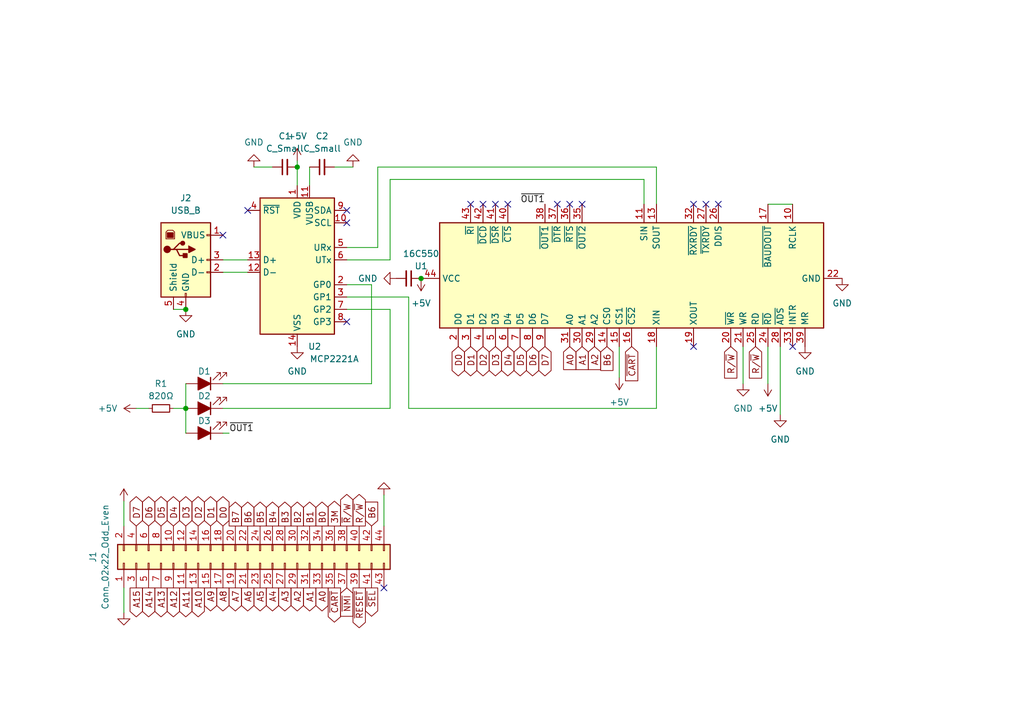
<source format=kicad_sch>
(kicad_sch (version 20230121) (generator eeschema)
  (paper "A5")
  (lib_symbols
    (symbol "Connector:USB_B" (pin_names (offset 1.016))
      (property "Reference" "J" (at -5.08 11.43 0))
      (property "Value" "USB_B" (at -5.08 8.89 0))
      (symbol "USB_B_0_1"
        (rectangle (start -5.08 -7.62) (end 5.08 7.62) (stroke (width 0.254)) (fill (type background)))
        (circle (center -3.81 2.159) (radius 0.635) (stroke (width 0.254)) (fill (type outline)))
        (rectangle (start -3.81 5.588) (end -2.54 4.572) (fill (type outline)))
        (circle (center -0.635 3.429) (radius 0.381) (stroke (width 0.254)) (fill (type outline)))
        (rectangle (start -0.127 -7.62) (end 0.127 -6.858))
        (polyline (pts (xy -1.905 2.159) (xy 0.635 2.159)) (stroke (width 0.254)))
        (polyline (pts (xy -3.175 2.159) (xy -2.54 2.159) (xy -1.27 3.429) (xy -0.635 3.429)) (stroke (width 0.254)))
        (polyline (pts (xy -2.54 2.159) (xy -1.905 2.159) (xy -1.27 0.889) (xy 0 0.889)) (stroke (width 0.254)))
        (polyline (pts (xy 0.635 2.794) (xy 0.635 1.524) (xy 1.905 2.159) (xy 0.635 2.794)) (stroke (width 0.254)) (fill (type outline)))
        (polyline (pts (xy -4.064 4.318) (xy -2.286 4.318) (xy -2.286 5.715) (xy -2.667 6.096) (xy -3.683 6.096) (xy -4.064 5.715) (xy -4.064 4.318)))
        (rectangle (start 0.254 1.27) (end -0.508 0.508) (stroke (width 0.254)) (fill (type outline)))
        (rectangle (start 5.08 -2.667) (end 4.318 -2.413))
        (rectangle (start 5.08 -0.127) (end 4.318 0.127))
        (rectangle (start 5.08 4.953) (end 4.318 5.207))
      )
      (symbol "USB_B_1_1"
        (pin power_out line (at 7.62 5.08 180) (length 2.54) (name "VBUS") (number "1"))
        (pin bidirectional line (at 7.62 -2.54 180) (length 2.54) (name "D-") (number "2"))
        (pin bidirectional line (at 7.62 0 180) (length 2.54) (name "D+") (number "3"))
        (pin power_out line (at 0 -10.16 90) (length 2.54) (name "GND") (number "4"))
        (pin passive line (at -2.54 -10.16 90) (length 2.54) (name "Shield") (number "5"))
      )
    )
    (symbol "Connector_Generic:Conn_02x22_Odd_Even" (pin_names (offset 1.016) hide)
      (property "Reference" "J" (at 1.27 27.94 0))
      (property "Value" "Conn_02x22_Odd_Even" (at 1.27 -30.48 0))
      (symbol "Conn_02x22_Odd_Even_1_1"
        (rectangle (start -1.27 -27.813) (end 0 -28.067) (stroke (width 0.1524)))
        (rectangle (start -1.27 -25.273) (end 0 -25.527) (stroke (width 0.1524)))
        (rectangle (start -1.27 -22.733) (end 0 -22.987) (stroke (width 0.1524)))
        (rectangle (start -1.27 -20.193) (end 0 -20.447) (stroke (width 0.1524)))
        (rectangle (start -1.27 -17.653) (end 0 -17.907) (stroke (width 0.1524)))
        (rectangle (start -1.27 -15.113) (end 0 -15.367) (stroke (width 0.1524)))
        (rectangle (start -1.27 -12.573) (end 0 -12.827) (stroke (width 0.1524)))
        (rectangle (start -1.27 -10.033) (end 0 -10.287) (stroke (width 0.1524)))
        (rectangle (start -1.27 -7.493) (end 0 -7.747) (stroke (width 0.1524)))
        (rectangle (start -1.27 -4.953) (end 0 -5.207) (stroke (width 0.1524)))
        (rectangle (start -1.27 -2.413) (end 0 -2.667) (stroke (width 0.1524)))
        (rectangle (start -1.27 0.127) (end 0 -0.127) (stroke (width 0.1524)))
        (rectangle (start -1.27 2.667) (end 0 2.413) (stroke (width 0.1524)))
        (rectangle (start -1.27 5.207) (end 0 4.953) (stroke (width 0.1524)))
        (rectangle (start -1.27 7.747) (end 0 7.493) (stroke (width 0.1524)))
        (rectangle (start -1.27 10.287) (end 0 10.033) (stroke (width 0.1524)))
        (rectangle (start -1.27 12.827) (end 0 12.573) (stroke (width 0.1524)))
        (rectangle (start -1.27 15.367) (end 0 15.113) (stroke (width 0.1524)))
        (rectangle (start -1.27 17.907) (end 0 17.653) (stroke (width 0.1524)))
        (rectangle (start -1.27 20.447) (end 0 20.193) (stroke (width 0.1524)))
        (rectangle (start -1.27 22.987) (end 0 22.733) (stroke (width 0.1524)))
        (rectangle (start -1.27 25.527) (end 0 25.273) (stroke (width 0.1524)))
        (rectangle (start -1.27 26.67) (end 3.81 -29.21) (stroke (width 0.254)) (fill (type background)))
        (rectangle (start 3.81 -27.813) (end 2.54 -28.067) (stroke (width 0.1524)))
        (rectangle (start 3.81 -25.273) (end 2.54 -25.527) (stroke (width 0.1524)))
        (rectangle (start 3.81 -22.733) (end 2.54 -22.987) (stroke (width 0.1524)))
        (rectangle (start 3.81 -20.193) (end 2.54 -20.447) (stroke (width 0.1524)))
        (rectangle (start 3.81 -17.653) (end 2.54 -17.907) (stroke (width 0.1524)))
        (rectangle (start 3.81 -15.113) (end 2.54 -15.367) (stroke (width 0.1524)))
        (rectangle (start 3.81 -12.573) (end 2.54 -12.827) (stroke (width 0.1524)))
        (rectangle (start 3.81 -10.033) (end 2.54 -10.287) (stroke (width 0.1524)))
        (rectangle (start 3.81 -7.493) (end 2.54 -7.747) (stroke (width 0.1524)))
        (rectangle (start 3.81 -4.953) (end 2.54 -5.207) (stroke (width 0.1524)))
        (rectangle (start 3.81 -2.413) (end 2.54 -2.667) (stroke (width 0.1524)))
        (rectangle (start 3.81 0.127) (end 2.54 -0.127) (stroke (width 0.1524)))
        (rectangle (start 3.81 2.667) (end 2.54 2.413) (stroke (width 0.1524)))
        (rectangle (start 3.81 5.207) (end 2.54 4.953) (stroke (width 0.1524)))
        (rectangle (start 3.81 7.747) (end 2.54 7.493) (stroke (width 0.1524)))
        (rectangle (start 3.81 10.287) (end 2.54 10.033) (stroke (width 0.1524)))
        (rectangle (start 3.81 12.827) (end 2.54 12.573) (stroke (width 0.1524)))
        (rectangle (start 3.81 15.367) (end 2.54 15.113) (stroke (width 0.1524)))
        (rectangle (start 3.81 17.907) (end 2.54 17.653) (stroke (width 0.1524)))
        (rectangle (start 3.81 20.447) (end 2.54 20.193) (stroke (width 0.1524)))
        (rectangle (start 3.81 22.987) (end 2.54 22.733) (stroke (width 0.1524)))
        (rectangle (start 3.81 25.527) (end 2.54 25.273) (stroke (width 0.1524)))
        (pin passive line (at -5.08 25.4 0) (length 3.81) (name "Pin_1") (number "1"))
        (pin passive line (at 7.62 15.24 180) (length 3.81) (name "Pin_10") (number "10"))
        (pin passive line (at -5.08 12.7 0) (length 3.81) (name "Pin_11") (number "11"))
        (pin passive line (at 7.62 12.7 180) (length 3.81) (name "Pin_12") (number "12"))
        (pin passive line (at -5.08 10.16 0) (length 3.81) (name "Pin_13") (number "13"))
        (pin passive line (at 7.62 10.16 180) (length 3.81) (name "Pin_14") (number "14"))
        (pin passive line (at -5.08 7.62 0) (length 3.81) (name "Pin_15") (number "15"))
        (pin passive line (at 7.62 7.62 180) (length 3.81) (name "Pin_16") (number "16"))
        (pin passive line (at -5.08 5.08 0) (length 3.81) (name "Pin_17") (number "17"))
        (pin passive line (at 7.62 5.08 180) (length 3.81) (name "Pin_18") (number "18"))
        (pin passive line (at -5.08 2.54 0) (length 3.81) (name "Pin_19") (number "19"))
        (pin passive line (at 7.62 25.4 180) (length 3.81) (name "Pin_2") (number "2"))
        (pin passive line (at 7.62 2.54 180) (length 3.81) (name "Pin_20") (number "20"))
        (pin passive line (at -5.08 0 0) (length 3.81) (name "Pin_21") (number "21"))
        (pin passive line (at 7.62 0 180) (length 3.81) (name "Pin_22") (number "22"))
        (pin passive line (at -5.08 -2.54 0) (length 3.81) (name "Pin_23") (number "23"))
        (pin passive line (at 7.62 -2.54 180) (length 3.81) (name "Pin_24") (number "24"))
        (pin passive line (at -5.08 -5.08 0) (length 3.81) (name "Pin_25") (number "25"))
        (pin passive line (at 7.62 -5.08 180) (length 3.81) (name "Pin_26") (number "26"))
        (pin passive line (at -5.08 -7.62 0) (length 3.81) (name "Pin_27") (number "27"))
        (pin passive line (at 7.62 -7.62 180) (length 3.81) (name "Pin_28") (number "28"))
        (pin passive line (at -5.08 -10.16 0) (length 3.81) (name "Pin_29") (number "29"))
        (pin passive line (at -5.08 22.86 0) (length 3.81) (name "Pin_3") (number "3"))
        (pin passive line (at 7.62 -10.16 180) (length 3.81) (name "Pin_30") (number "30"))
        (pin passive line (at -5.08 -12.7 0) (length 3.81) (name "Pin_31") (number "31"))
        (pin passive line (at 7.62 -12.7 180) (length 3.81) (name "Pin_32") (number "32"))
        (pin passive line (at -5.08 -15.24 0) (length 3.81) (name "Pin_33") (number "33"))
        (pin passive line (at 7.62 -15.24 180) (length 3.81) (name "Pin_34") (number "34"))
        (pin passive line (at -5.08 -17.78 0) (length 3.81) (name "Pin_35") (number "35"))
        (pin passive line (at 7.62 -17.78 180) (length 3.81) (name "Pin_36") (number "36"))
        (pin passive line (at -5.08 -20.32 0) (length 3.81) (name "Pin_37") (number "37"))
        (pin passive line (at 7.62 -20.32 180) (length 3.81) (name "Pin_38") (number "38"))
        (pin passive line (at -5.08 -22.86 0) (length 3.81) (name "Pin_39") (number "39"))
        (pin passive line (at 7.62 22.86 180) (length 3.81) (name "Pin_4") (number "4"))
        (pin passive line (at 7.62 -22.86 180) (length 3.81) (name "Pin_40") (number "40"))
        (pin passive line (at -5.08 -25.4 0) (length 3.81) (name "Pin_41") (number "41"))
        (pin passive line (at 7.62 -25.4 180) (length 3.81) (name "Pin_42") (number "42"))
        (pin passive line (at -5.08 -27.94 0) (length 3.81) (name "Pin_43") (number "43"))
        (pin passive line (at 7.62 -27.94 180) (length 3.81) (name "Pin_44") (number "44"))
        (pin passive line (at -5.08 20.32 0) (length 3.81) (name "Pin_5") (number "5"))
        (pin passive line (at 7.62 20.32 180) (length 3.81) (name "Pin_6") (number "6"))
        (pin passive line (at -5.08 17.78 0) (length 3.81) (name "Pin_7") (number "7"))
        (pin passive line (at 7.62 17.78 180) (length 3.81) (name "Pin_8") (number "8"))
        (pin passive line (at -5.08 15.24 0) (length 3.81) (name "Pin_9") (number "9"))
      )
    )
    (symbol "Device:C_Small" (pin_numbers hide) (pin_names (offset 0.254) hide)
      (property "Reference" "C" (at 0.254 1.778 0))
      (property "Value" "C_Small" (at 0.254 -2.032 0))
      (symbol "C_Small_0_1"
        (polyline (pts (xy -1.524 -0.508) (xy 1.524 -0.508)) (stroke (width 0.3302)))
        (polyline (pts (xy -1.524 0.508) (xy 1.524 0.508)) (stroke (width 0.3048)))
      )
      (symbol "C_Small_1_1"
        (pin passive line (at 0 2.54 270) (length 2.032) (name "~") (number "1"))
        (pin passive line (at 0 -2.54 90) (length 2.032) (name "~") (number "2"))
      )
    )
    (symbol "Device:LED_Filled" (pin_numbers hide) (pin_names (offset 1.016) hide)
      (property "Reference" "D" (at 0 2.54 0))
      (property "Value" "LED_Filled" (at 0 -2.54 0))
      (symbol "LED_Filled_0_1"
        (polyline (pts (xy -1.27 -1.27) (xy -1.27 1.27)) (stroke (width 0.254)))
        (polyline (pts (xy -1.27 0) (xy 1.27 0)))
        (polyline (pts (xy 1.27 -1.27) (xy 1.27 1.27) (xy -1.27 0) (xy 1.27 -1.27)) (stroke (width 0.254)) (fill (type outline)))
        (polyline (pts (xy -3.048 -0.762) (xy -4.572 -2.286) (xy -3.81 -2.286) (xy -4.572 -2.286) (xy -4.572 -1.524)))
        (polyline (pts (xy -1.778 -0.762) (xy -3.302 -2.286) (xy -2.54 -2.286) (xy -3.302 -2.286) (xy -3.302 -1.524)))
      )
      (symbol "LED_Filled_1_1"
        (pin passive line (at -3.81 0 0) (length 2.54) (name "K") (number "1"))
        (pin passive line (at 3.81 0 180) (length 2.54) (name "A") (number "2"))
      )
    )
    (symbol "Device:R_Small" (pin_numbers hide) (pin_names (offset 0.254) hide)
      (property "Reference" "R" (at 0.762 0.508 0))
      (property "Value" "R_Small" (at 0.762 -1.016 0))
      (symbol "R_Small_0_1"
        (rectangle (start -0.762 1.778) (end 0.762 -1.778) (stroke (width 0.2032)))
      )
      (symbol "R_Small_1_1"
        (pin passive line (at 0 2.54 270) (length 0.762) (name "~") (number "1"))
        (pin passive line (at 0 -2.54 90) (length 0.762) (name "~") (number "2"))
      )
    )
    (symbol "Interface_USB:MCP2221AxP"
      (property "Reference" "U" (at -7.62 16.51 0))
      (property "Value" "MCP2221AxP" (at 12.7 16.51 0))
      (symbol "MCP2221AxP_0_1"
        (rectangle (start -7.62 15.24) (end 7.62 -12.7) (stroke (width 0.254)) (fill (type background)))
      )
      (symbol "MCP2221AxP_1_1"
        (pin power_in line (at 0 17.78 270) (length 2.54) (name "VDD") (number "1"))
        (pin bidirectional line (at 10.16 10.16 180) (length 2.54) (name "SCL") (number "10"))
        (pin passive line (at 2.54 17.78 270) (length 2.54) (name "VUSB") (number "11"))
        (pin bidirectional line (at -10.16 0 0) (length 2.54) (name "D-") (number "12"))
        (pin bidirectional line (at -10.16 2.54 0) (length 2.54) (name "D+") (number "13"))
        (pin power_in line (at 0 -15.24 90) (length 2.54) (name "VSS") (number "14"))
        (pin bidirectional line (at 10.16 -2.54 180) (length 2.54) (name "GP0") (number "2"))
        (pin bidirectional line (at 10.16 -5.08 180) (length 2.54) (name "GP1") (number "3"))
        (pin input line (at -10.16 12.7 0) (length 2.54) (name "~{RST}") (number "4"))
        (pin input line (at 10.16 5.08 180) (length 2.54) (name "URx") (number "5"))
        (pin output line (at 10.16 2.54 180) (length 2.54) (name "UTx") (number "6"))
        (pin bidirectional line (at 10.16 -7.62 180) (length 2.54) (name "GP2") (number "7"))
        (pin bidirectional line (at 10.16 -10.16 180) (length 2.54) (name "GP3") (number "8"))
        (pin bidirectional line (at 10.16 12.7 180) (length 2.54) (name "SDA") (number "9"))
      )
    )
    (symbol "Smal:16C550_PLCC"
      (property "Reference" "U" (at 12.7 82.55 0))
      (property "Value" "16C550" (at 15.24 80.01 0))
      (symbol "16C550_PLCC_0_1"
        (rectangle (start 0 78.74) (end 21.59 0) (stroke (width 0.254)) (fill (type background)))
      )
      (symbol "16C550_PLCC_1_1"
        (pin input line (at 25.4 6.35 180) (length 3.81) (name "RCLK") (number "10"))
        (pin input line (at 25.4 36.83 180) (length 3.81) (name "SIN") (number "11"))
        (pin output line (at 25.4 34.29 180) (length 3.81) (name "SOUT") (number "13"))
        (pin input line (at -3.81 44.45 0) (length 3.81) (name "CS0") (number "14"))
        (pin input line (at -3.81 41.91 0) (length 3.81) (name "CS1") (number "15"))
        (pin input line (at -3.81 39.37 0) (length 3.81) (name "~{CS2}") (number "16"))
        (pin output line (at 25.4 11.43 180) (length 3.81) (name "~{BAUDOUT}") (number "17"))
        (pin input line (at -3.81 34.29 0) (length 3.81) (name "XIN") (number "18"))
        (pin output line (at -3.81 26.67 0) (length 3.81) (name "XOUT") (number "19"))
        (pin bidirectional line (at -3.81 74.93 0) (length 3.81) (name "D0") (number "2"))
        (pin input line (at -3.81 19.05 0) (length 3.81) (name "~{WR}") (number "20"))
        (pin input line (at -3.81 16.51 0) (length 3.81) (name "WR") (number "21"))
        (pin power_in line (at 10.16 -3.81 90) (length 3.81) (name "GND") (number "22"))
        (pin input line (at -3.81 11.43 0) (length 3.81) (name "~{RD}") (number "24"))
        (pin input line (at -3.81 13.97 0) (length 3.81) (name "RD") (number "25"))
        (pin output line (at 25.4 21.59 180) (length 3.81) (name "DDIS") (number "26"))
        (pin output line (at 25.4 24.13 180) (length 3.81) (name "~{TXRDY}") (number "27"))
        (pin input line (at -3.81 8.89 0) (length 3.81) (name "~{ADS}") (number "28"))
        (pin input line (at -3.81 46.99 0) (length 3.81) (name "A2") (number "29"))
        (pin bidirectional line (at -3.81 72.39 0) (length 3.81) (name "D1") (number "3"))
        (pin input line (at -3.81 49.53 0) (length 3.81) (name "A1") (number "30"))
        (pin input line (at -3.81 52.07 0) (length 3.81) (name "A0") (number "31"))
        (pin output line (at 25.4 26.67 180) (length 3.81) (name "~{RXRDY}") (number "32"))
        (pin output line (at -3.81 6.35 0) (length 3.81) (name "INTR") (number "33"))
        (pin output line (at 25.4 49.53 180) (length 3.81) (name "~{OUT2}") (number "35"))
        (pin output line (at 25.4 52.07 180) (length 3.81) (name "~{RTS}") (number "36"))
        (pin output line (at 25.4 54.61 180) (length 3.81) (name "~{DTR}") (number "37"))
        (pin output line (at 25.4 57.15 180) (length 3.81) (name "~{OUT1}") (number "38"))
        (pin input line (at -3.81 3.81 0) (length 3.81) (name "MR") (number "39"))
        (pin bidirectional line (at -3.81 69.85 0) (length 3.81) (name "D2") (number "4"))
        (pin input line (at 25.4 64.77 180) (length 3.81) (name "~{CTS}") (number "40"))
        (pin input line (at 25.4 67.31 180) (length 3.81) (name "~{DSR}") (number "41"))
        (pin input line (at 25.4 69.85 180) (length 3.81) (name "~{DCD}") (number "42"))
        (pin input line (at 25.4 72.39 180) (length 3.81) (name "~{RI}") (number "43"))
        (pin power_in line (at 10.16 82.55 270) (length 3.81) (name "VCC") (number "44"))
        (pin bidirectional line (at -3.81 67.31 0) (length 3.81) (name "D3") (number "5"))
        (pin bidirectional line (at -3.81 64.77 0) (length 3.81) (name "D4") (number "6"))
        (pin bidirectional line (at -3.81 62.23 0) (length 3.81) (name "D5") (number "7"))
        (pin bidirectional line (at -3.81 59.69 0) (length 3.81) (name "D6") (number "8"))
        (pin bidirectional line (at -3.81 57.15 0) (length 3.81) (name "D7") (number "9"))
      )
    )
    (symbol "power:+5V" (power) (pin_names (offset 0))
      (property "Value" "+5V" (at 0 3.556 0))
      (symbol "+5V_0_1"
        (polyline (pts (xy -0.762 1.27) (xy 0 2.54)))
        (polyline (pts (xy 0 0) (xy 0 2.54)))
        (polyline (pts (xy 0 2.54) (xy 0.762 1.27)))
      )
      (symbol "+5V_1_1"
        (pin power_in line (at 0 0 90) (length 0) hide (name "+5V") (number "1"))
      )
    )
    (symbol "power:GND" (power) (pin_names (offset 0))
      (property "Value" "GND" (at 0 -3.81 0))
      (symbol "GND_0_1"
        (polyline (pts (xy 0 0) (xy 0 -1.27) (xy 1.27 -1.27) (xy 0 -2.54) (xy -1.27 -1.27) (xy 0 -1.27)))
      )
      (symbol "GND_1_1"
        (pin power_in line (at 0 0 270) (length 0) hide (name "GND") (number "1"))
      )
    )
  )
  (junction (at 38.1 83.82))
  (junction (at 38.1 63.5))
  (junction (at 86.36 57.15))
  (junction (at 60.96 34.29))
  (no_connect (at 114.3 41.91))
  (no_connect (at 71.12 66.04))
  (no_connect (at 45.72 48.26))
  (no_connect (at 162.56 71.12))
  (no_connect (at 147.32 41.91))
  (no_connect (at 142.24 71.12))
  (no_connect (at 119.38 41.91))
  (no_connect (at 101.6 41.91))
  (no_connect (at 71.12 45.72))
  (no_connect (at 78.74 120.65))
  (no_connect (at 142.24 41.91))
  (no_connect (at 104.14 41.91))
  (no_connect (at 71.12 43.18))
  (no_connect (at 116.84 41.91))
  (no_connect (at 99.06 41.91))
  (no_connect (at 96.52 41.91))
  (no_connect (at 144.78 41.91))
  (no_connect (at 50.8 43.18))
  (wire (pts (xy 38.1 83.82) (xy 38.1 88.9)))
  (wire (pts (xy 152.4 78.74) (xy 152.4 71.12)))
  (wire (pts (xy 80.01 63.5) (xy 80.01 83.82)))
  (wire (pts (xy 45.72 55.88) (xy 50.8 55.88)))
  (wire (pts (xy 80.01 53.34) (xy 71.12 53.34)))
  (wire (pts (xy 127 77.47) (xy 127 71.12)))
  (wire (pts (xy 160.02 85.09) (xy 160.02 71.12)))
  (wire (pts (xy 134.62 71.12) (xy 134.62 83.82)))
  (wire (pts (xy 25.4 102.87) (xy 25.4 107.95)))
  (wire (pts (xy 38.1 78.74) (xy 38.1 83.82)))
  (wire (pts (xy 71.12 63.5) (xy 80.01 63.5)))
  (wire (pts (xy 132.08 36.83) (xy 80.01 36.83)))
  (wire (pts (xy 45.72 78.74) (xy 76.2 78.74)))
  (wire (pts (xy 132.08 41.91) (xy 132.08 36.83)))
  (wire (pts (xy 27.94 83.82) (xy 30.48 83.82)))
  (wire (pts (xy 45.72 53.34) (xy 50.8 53.34)))
  (wire (pts (xy 134.62 34.29) (xy 134.62 41.91)))
  (wire (pts (xy 45.72 83.82) (xy 80.01 83.82)))
  (wire (pts (xy 80.01 36.83) (xy 80.01 53.34)))
  (wire (pts (xy 76.2 58.42) (xy 76.2 78.74)))
  (wire (pts (xy 71.12 58.42) (xy 76.2 58.42)))
  (wire (pts (xy 60.96 34.29) (xy 60.96 38.1)))
  (wire (pts (xy 46.99 88.9) (xy 45.72 88.9)))
  (wire (pts (xy 35.56 63.5) (xy 38.1 63.5)))
  (wire (pts (xy 77.47 50.8) (xy 77.47 34.29)))
  (wire (pts (xy 60.96 33.02) (xy 60.96 34.29)))
  (wire (pts (xy 83.82 60.96) (xy 71.12 60.96)))
  (wire (pts (xy 78.74 101.6) (xy 78.74 107.95)))
  (wire (pts (xy 63.5 34.29) (xy 63.5 38.1)))
  (wire (pts (xy 72.39 34.29) (xy 68.58 34.29)))
  (wire (pts (xy 157.48 41.91) (xy 162.56 41.91)))
  (wire (pts (xy 25.4 125.73) (xy 25.4 120.65)))
  (wire (pts (xy 52.07 34.29) (xy 55.88 34.29)))
  (wire (pts (xy 134.62 83.82) (xy 83.82 83.82)))
  (wire (pts (xy 71.12 50.8) (xy 77.47 50.8)))
  (wire (pts (xy 157.48 78.74) (xy 157.48 71.12)))
  (wire (pts (xy 77.47 34.29) (xy 134.62 34.29)))
  (wire (pts (xy 35.56 83.82) (xy 38.1 83.82)))
  (wire (pts (xy 83.82 83.82) (xy 83.82 60.96)))
  (label "~{OUT1}" (at 111.76 41.91 180))
  (label "~{OUT1}" (at 46.99 88.9 0))
  (global_label "A3" (shape output) (at 58.42 120.65 270) (property "Intersheetrefs" "${INTERSHEET_REFS}" (effects hide)))
  (global_label "A11" (shape output) (at 38.1 120.65 270) (property "Intersheetrefs" "${INTERSHEET_REFS}" (effects hide)))
  (global_label "A4" (shape output) (at 55.88 120.65 270) (property "Intersheetrefs" "${INTERSHEET_REFS}" (effects hide)))
  (global_label "~{CART}" (shape input) (at 129.54 71.12 270) (property "Intersheetrefs" "${INTERSHEET_REFS}" (effects hide)))
  (global_label "D6" (shape bidirectional) (at 109.22 71.12 270) (property "Intersheetrefs" "${INTERSHEET_REFS}" (effects hide)))
  (global_label "D3" (shape bidirectional) (at 38.1 107.95 90) (property "Intersheetrefs" "${INTERSHEET_REFS}" (effects hide)))
  (global_label "R{slash}~{W}" (shape output) (at 73.66 107.95 90) (property "Intersheetrefs" "${INTERSHEET_REFS}" (effects hide)))
  (global_label "D4" (shape bidirectional) (at 35.56 107.95 90) (property "Intersheetrefs" "${INTERSHEET_REFS}" (effects hide)))
  (global_label "~{CART}" (shape output) (at 68.58 120.65 270) (property "Intersheetrefs" "${INTERSHEET_REFS}" (effects hide)))
  (global_label "D1" (shape bidirectional) (at 96.52 71.12 270) (property "Intersheetrefs" "${INTERSHEET_REFS}" (effects hide)))
  (global_label "D2" (shape bidirectional) (at 99.06 71.12 270) (property "Intersheetrefs" "${INTERSHEET_REFS}" (effects hide)))
  (global_label "~{R}{slash}W" (shape output) (at 71.12 107.95 90) (property "Intersheetrefs" "${INTERSHEET_REFS}" (effects hide)))
  (global_label "D4" (shape bidirectional) (at 104.14 71.12 270) (property "Intersheetrefs" "${INTERSHEET_REFS}" (effects hide)))
  (global_label "A13" (shape output) (at 33.02 120.65 270) (property "Intersheetrefs" "${INTERSHEET_REFS}" (effects hide)))
  (global_label "D3" (shape bidirectional) (at 101.6 71.12 270) (property "Intersheetrefs" "${INTERSHEET_REFS}" (effects hide)))
  (global_label "A0" (shape output) (at 66.04 120.65 270) (property "Intersheetrefs" "${INTERSHEET_REFS}" (effects hide)))
  (global_label "D7" (shape bidirectional) (at 27.94 107.95 90) (property "Intersheetrefs" "${INTERSHEET_REFS}" (effects hide)))
  (global_label "B4" (shape output) (at 55.88 107.95 90) (property "Intersheetrefs" "${INTERSHEET_REFS}" (effects hide)))
  (global_label "R{slash}~{W}" (shape input) (at 149.86 71.12 270) (property "Intersheetrefs" "${INTERSHEET_REFS}" (effects hide)))
  (global_label "A2" (shape output) (at 60.96 120.65 270) (property "Intersheetrefs" "${INTERSHEET_REFS}" (effects hide)))
  (global_label "~{SEL}" (shape output) (at 76.2 120.65 270) (property "Intersheetrefs" "${INTERSHEET_REFS}" (effects hide)))
  (global_label "A1" (shape input) (at 119.38 71.12 270) (property "Intersheetrefs" "${INTERSHEET_REFS}" (effects hide)))
  (global_label "B0" (shape output) (at 66.04 107.95 90) (property "Intersheetrefs" "${INTERSHEET_REFS}" (effects hide)))
  (global_label "A6" (shape output) (at 50.8 120.65 270) (property "Intersheetrefs" "${INTERSHEET_REFS}" (effects hide)))
  (global_label "D5" (shape bidirectional) (at 106.68 71.12 270) (property "Intersheetrefs" "${INTERSHEET_REFS}" (effects hide)))
  (global_label "D1" (shape bidirectional) (at 43.18 107.95 90) (property "Intersheetrefs" "${INTERSHEET_REFS}" (effects hide)))
  (global_label "B7" (shape output) (at 48.26 107.95 90) (property "Intersheetrefs" "${INTERSHEET_REFS}" (effects hide)))
  (global_label "A12" (shape output) (at 35.56 120.65 270) (property "Intersheetrefs" "${INTERSHEET_REFS}" (effects hide)))
  (global_label "B2" (shape output) (at 60.96 107.95 90) (property "Intersheetrefs" "${INTERSHEET_REFS}" (effects hide)))
  (global_label "R{slash}~{W}" (shape input) (at 154.94 71.12 270) (property "Intersheetrefs" "${INTERSHEET_REFS}" (effects hide)))
  (global_label "B1" (shape output) (at 63.5 107.95 90) (property "Intersheetrefs" "${INTERSHEET_REFS}" (effects hide)))
  (global_label "A15" (shape output) (at 27.94 120.65 270) (property "Intersheetrefs" "${INTERSHEET_REFS}" (effects hide)))
  (global_label "A7" (shape output) (at 48.26 120.65 270) (property "Intersheetrefs" "${INTERSHEET_REFS}" (effects hide)))
  (global_label "D2" (shape bidirectional) (at 40.64 107.95 90) (property "Intersheetrefs" "${INTERSHEET_REFS}" (effects hide)))
  (global_label "B6" (shape input) (at 124.46 71.12 270) (property "Intersheetrefs" "${INTERSHEET_REFS}" (effects hide)))
  (global_label "A8" (shape output) (at 45.72 120.65 270) (property "Intersheetrefs" "${INTERSHEET_REFS}" (effects hide)))
  (global_label "B6" (shape output) (at 50.8 107.95 90) (property "Intersheetrefs" "${INTERSHEET_REFS}" (effects hide)))
  (global_label "A9" (shape output) (at 43.18 120.65 270) (property "Intersheetrefs" "${INTERSHEET_REFS}" (effects hide)))
  (global_label "D7" (shape bidirectional) (at 111.76 71.12 270) (property "Intersheetrefs" "${INTERSHEET_REFS}" (effects hide)))
  (global_label "A1" (shape output) (at 63.5 120.65 270) (property "Intersheetrefs" "${INTERSHEET_REFS}" (effects hide)))
  (global_label "D5" (shape bidirectional) (at 33.02 107.95 90) (property "Intersheetrefs" "${INTERSHEET_REFS}" (effects hide)))
  (global_label "~{RESET}" (shape output) (at 73.66 120.65 270) (property "Intersheetrefs" "${INTERSHEET_REFS}" (effects hide)))
  (global_label "D6" (shape bidirectional) (at 30.48 107.95 90) (property "Intersheetrefs" "${INTERSHEET_REFS}" (effects hide)))
  (global_label "A2" (shape input) (at 121.92 71.12 270) (property "Intersheetrefs" "${INTERSHEET_REFS}" (effects hide)))
  (global_label "B6" (shape input) (at 76.2 107.95 90) (property "Intersheetrefs" "${INTERSHEET_REFS}" (effects hide)))
  (global_label "A0" (shape input) (at 116.84 71.12 270) (property "Intersheetrefs" "${INTERSHEET_REFS}" (effects hide)))
  (global_label "~{NMI}" (shape input) (at 71.12 120.65 270) (property "Intersheetrefs" "${INTERSHEET_REFS}" (effects hide)))
  (global_label "D0" (shape bidirectional) (at 93.98 71.12 270) (property "Intersheetrefs" "${INTERSHEET_REFS}" (effects hide)))
  (global_label "A10" (shape output) (at 40.64 120.65 270) (property "Intersheetrefs" "${INTERSHEET_REFS}" (effects hide)))
  (global_label "A14" (shape output) (at 30.48 120.65 270) (property "Intersheetrefs" "${INTERSHEET_REFS}" (effects hide)))
  (global_label "A5" (shape output) (at 53.34 120.65 270) (property "Intersheetrefs" "${INTERSHEET_REFS}" (effects hide)))
  (global_label "3M" (shape output) (at 68.58 107.95 90) (property "Intersheetrefs" "${INTERSHEET_REFS}" (effects hide)))
  (global_label "B3" (shape output) (at 58.42 107.95 90) (property "Intersheetrefs" "${INTERSHEET_REFS}" (effects hide)))
  (global_label "B5" (shape output) (at 53.34 107.95 90) (property "Intersheetrefs" "${INTERSHEET_REFS}" (effects hide)))
  (global_label "D0" (shape bidirectional) (at 45.72 107.95 90) (property "Intersheetrefs" "${INTERSHEET_REFS}" (effects hide)))
  (symbol (lib_id "power:GND") (at 165.1 71.12 0) (unit 1)
    (property "Reference" "#PWR013" (effects hide))
    (property "Value" "GND" (at 165.1 76.2 0))
  )
  (symbol (lib_id "power:+5V") (at 60.96 33.02 0) (unit 1)
    (property "Reference" "#PWR01" (effects hide))
    (property "Value" "+5V" (at 60.96 27.94 0))
  )
  (symbol (lib_id "power:GND") (at 81.28 57.15 270) (unit 1)
    (property "Reference" "#PWR014" (effects hide))
    (property "Value" "GND" (at 77.47 57.15 90) (effects (justify right)))
  )
  (symbol (lib_id "Interface_USB:MCP2221AxP") (at 60.96 55.88 0) (unit 1)
    (property "Reference" "U2" (at 63.1541 71.12 0) (effects (justify left)))
    (property "Value" "MCP2221A" (at 63.5 73.66 0) (effects (justify left)))
    (property "Footprint" "Package_DIP:DIP-14_W7.62mm_Socket" (effects hide))
    (property "Datasheet" "http://ww1.microchip.com/downloads/en/DeviceDoc/20005565B.pdf" (effects hide))
  )
  (symbol (lib_id "Connector_Generic:Conn_02x22_Odd_Even") (at 50.8 115.57 90) (unit 1)
    (property "Reference" "J1" (at 19.05 114.3 0))
    (property "Value" "Conn_02x22_Odd_Even" (at 21.59 114.3 0))
    (property "Footprint" "Smal:KITTY_Cart_Edge" (effects hide))
  )
  (symbol (lib_id "power:GND") (at 38.1 63.5 0) (unit 1)
    (property "Reference" "#PWR02" (effects hide))
    (property "Value" "GND" (at 38.1 68.58 0))
  )
  (symbol (lib_id "power:GND") (at 60.96 71.12 0) (unit 1)
    (property "Reference" "#PWR03" (effects hide))
    (property "Value" "GND" (at 60.96 76.2 0))
  )
  (symbol (lib_id "Device:LED_Filled") (at 41.91 88.9 180) (unit 1)
    (property "Reference" "D3" (at 41.91 86.36 0))
    (property "Value" "LED_Filled" (effects hide))
    (property "Footprint" "LED_THT:LED_D3.0mm" (effects hide))
  )
  (symbol (lib_id "power:GND") (at 152.4 78.74 0) (unit 1)
    (property "Reference" "#PWR010" (effects hide))
    (property "Value" "GND" (at 152.4 83.82 0))
  )
  (symbol (lib_id "Device:LED_Filled") (at 41.91 83.82 180) (unit 1)
    (property "Reference" "D2" (at 41.91 81.28 0))
    (property "Value" "LED_Filled" (effects hide))
    (property "Footprint" "LED_THT:LED_D3.0mm" (effects hide))
  )
  (symbol (lib_id "power:GND") (at 72.39 34.29 180) (unit 1)
    (property "Reference" "#PWR016" (effects hide))
    (property "Value" "GND" (at 72.39 29.21 0))
  )
  (symbol (lib_id "power:GND") (at 78.74 101.6 180) (unit 1)
    (property "Reference" "#PWR07" (effects hide))
    (property "Value" "GND" (effects hide))
  )
  (symbol (lib_id "Device:C_Small") (at 58.42 34.29 90) (unit 1)
    (property "Reference" "C1" (at 58.4263 27.94 90))
    (property "Value" "C_Small" (at 58.4263 30.48 90))
    (property "Footprint" "Capacitor_THT:C_Disc_D3.0mm_W1.6mm_P2.50mm" (effects hide))
  )
  (symbol (lib_id "Connector:USB_B") (at 38.1 53.34 0) (unit 1)
    (property "Reference" "J2" (at 38.1 40.64 0))
    (property "Value" "USB_B" (at 38.1 43.18 0))
    (property "Footprint" "Connector_USB:USB_B_OST_USB-B1HSxx_Horizontal" (effects hide))
    (property "Datasheet" " ~" (effects hide))
  )
  (symbol (lib_id "power:+5V") (at 157.48 78.74 180) (unit 1)
    (property "Reference" "#PWR011" (effects hide))
    (property "Value" "+5V" (at 157.48 83.82 0))
  )
  (symbol (lib_id "power:+5V") (at 27.94 83.82 90) (unit 1)
    (property "Reference" "#PWR017" (effects hide))
    (property "Value" "+5V" (at 24.13 83.82 90) (effects (justify left)))
  )
  (symbol (lib_id "power:+5V") (at 86.36 57.15 180) (unit 1)
    (property "Reference" "#PWR08" (effects hide))
    (property "Value" "+5V" (at 86.36 62.23 0))
  )
  (symbol (lib_id "power:GND") (at 52.07 34.29 180) (unit 1)
    (property "Reference" "#PWR015" (effects hide))
    (property "Value" "GND" (at 52.07 29.21 0))
  )
  (symbol (lib_id "power:GND") (at 160.02 85.09 0) (unit 1)
    (property "Reference" "#PWR012" (effects hide))
    (property "Value" "GND" (at 160.02 90.17 0))
  )
  (symbol (lib_id "Device:C_Small") (at 66.04 34.29 90) (unit 1)
    (property "Reference" "C2" (at 66.0463 27.94 90))
    (property "Value" "C_Small" (at 66.0463 30.48 90))
    (property "Footprint" "Capacitor_THT:C_Disc_D3.0mm_W1.6mm_P2.50mm" (effects hide))
  )
  (symbol (lib_id "Smal:16C550_PLCC") (at 168.91 67.31 90) (unit 1)
    (property "Reference" "U1" (at 86.36 54.61 90))
    (property "Value" "16C550" (at 86.36 52.07 90))
    (property "Footprint" "Package_LCC:PLCC-44_THT-Socket" (effects hide))
  )
  (symbol (lib_id "Device:C_Small") (at 83.82 57.15 270) (unit 1)
    (property "Reference" "C3" (effects hide))
    (property "Value" "C_Small" (effects hide))
    (property "Footprint" "Capacitor_THT:C_Disc_D3.0mm_W1.6mm_P2.50mm" (effects hide))
  )
  (symbol (lib_id "power:GND") (at 172.72 57.15 0) (unit 1)
    (property "Reference" "#PWR09" (effects hide))
    (property "Value" "GND" (at 172.72 62.23 0))
  )
  (symbol (lib_id "power:+5V") (at 127 77.47 180) (unit 1)
    (property "Reference" "#PWR04" (effects hide))
    (property "Value" "+5V" (at 127 82.55 0))
  )
  (symbol (lib_id "power:+5V") (at 25.4 102.87 0) (unit 1)
    (property "Reference" "#PWR05" (effects hide))
    (property "Value" "+5V" (effects hide))
  )
  (symbol (lib_id "Device:LED_Filled") (at 41.91 78.74 180) (unit 1)
    (property "Reference" "D1" (at 41.91 76.2 0))
    (property "Value" "LED_Filled" (effects hide))
    (property "Footprint" "LED_THT:LED_D3.0mm" (effects hide))
  )
  (symbol (lib_id "power:GND") (at 25.4 125.73 0) (unit 1)
    (property "Reference" "#PWR06" (effects hide))
    (property "Value" "GND" (effects hide))
  )
  (symbol (lib_id "Device:R_Small") (at 33.02 83.82 270) (unit 1)
    (property "Reference" "R1" (at 33.02 78.74 90))
    (property "Value" "820Ω" (at 33.02 81.28 90))
    (property "Footprint" "Resistor_THT:R_Axial_DIN0204_L3.6mm_D1.6mm_P7.62mm_Horizontal" (effects hide))
  )
)
</source>
